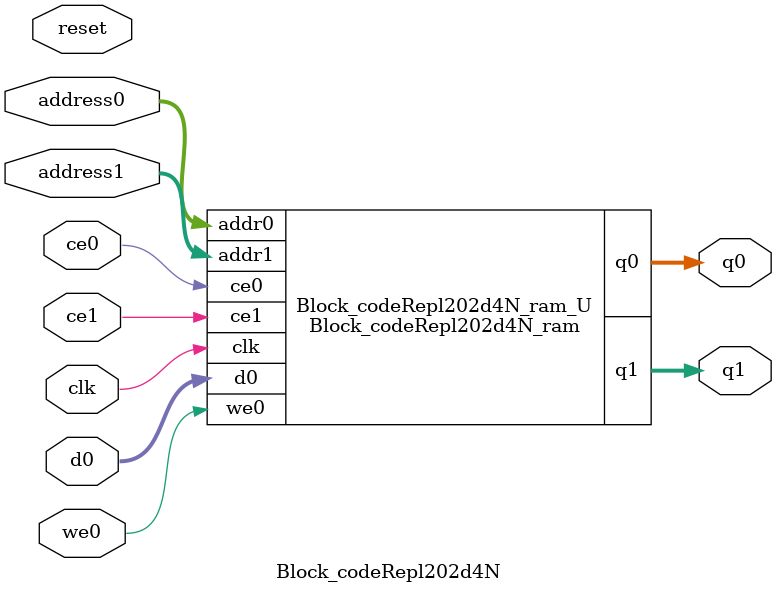
<source format=v>
`timescale 1 ns / 1 ps
module Block_codeRepl202d4N_ram (addr0, ce0, d0, we0, q0, addr1, ce1, q1,  clk);

parameter DWIDTH = 5;
parameter AWIDTH = 16;
parameter MEM_SIZE = 51200;

input[AWIDTH-1:0] addr0;
input ce0;
input[DWIDTH-1:0] d0;
input we0;
output reg[DWIDTH-1:0] q0;
input[AWIDTH-1:0] addr1;
input ce1;
output reg[DWIDTH-1:0] q1;
input clk;

(* ram_style = "block" *)reg [DWIDTH-1:0] ram[0:MEM_SIZE-1];




always @(posedge clk)  
begin 
    if (ce0) begin
        if (we0) 
            ram[addr0] <= d0; 
        q0 <= ram[addr0];
    end
end


always @(posedge clk)  
begin 
    if (ce1) begin
        q1 <= ram[addr1];
    end
end


endmodule

`timescale 1 ns / 1 ps
module Block_codeRepl202d4N(
    reset,
    clk,
    address0,
    ce0,
    we0,
    d0,
    q0,
    address1,
    ce1,
    q1);

parameter DataWidth = 32'd5;
parameter AddressRange = 32'd51200;
parameter AddressWidth = 32'd16;
input reset;
input clk;
input[AddressWidth - 1:0] address0;
input ce0;
input we0;
input[DataWidth - 1:0] d0;
output[DataWidth - 1:0] q0;
input[AddressWidth - 1:0] address1;
input ce1;
output[DataWidth - 1:0] q1;



Block_codeRepl202d4N_ram Block_codeRepl202d4N_ram_U(
    .clk( clk ),
    .addr0( address0 ),
    .ce0( ce0 ),
    .we0( we0 ),
    .d0( d0 ),
    .q0( q0 ),
    .addr1( address1 ),
    .ce1( ce1 ),
    .q1( q1 ));

endmodule


</source>
